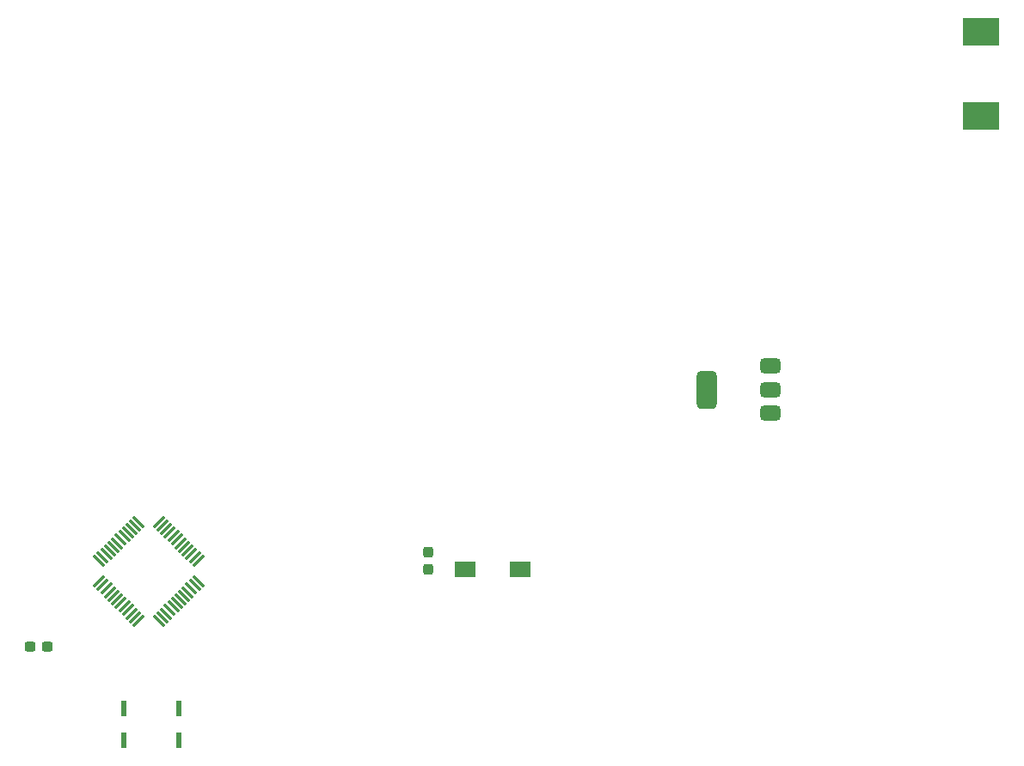
<source format=gbr>
%TF.GenerationSoftware,KiCad,Pcbnew,9.0.3-9.0.3-0~ubuntu24.04.1*%
%TF.CreationDate,2025-09-03T17:17:06-03:00*%
%TF.ProjectId,CargadorDeBaterias_rev2,43617267-6164-46f7-9244-654261746572,rev?*%
%TF.SameCoordinates,Original*%
%TF.FileFunction,Paste,Top*%
%TF.FilePolarity,Positive*%
%FSLAX46Y46*%
G04 Gerber Fmt 4.6, Leading zero omitted, Abs format (unit mm)*
G04 Created by KiCad (PCBNEW 9.0.3-9.0.3-0~ubuntu24.04.1) date 2025-09-03 17:17:06*
%MOMM*%
%LPD*%
G01*
G04 APERTURE LIST*
G04 Aperture macros list*
%AMRoundRect*
0 Rectangle with rounded corners*
0 $1 Rounding radius*
0 $2 $3 $4 $5 $6 $7 $8 $9 X,Y pos of 4 corners*
0 Add a 4 corners polygon primitive as box body*
4,1,4,$2,$3,$4,$5,$6,$7,$8,$9,$2,$3,0*
0 Add four circle primitives for the rounded corners*
1,1,$1+$1,$2,$3*
1,1,$1+$1,$4,$5*
1,1,$1+$1,$6,$7*
1,1,$1+$1,$8,$9*
0 Add four rect primitives between the rounded corners*
20,1,$1+$1,$2,$3,$4,$5,0*
20,1,$1+$1,$4,$5,$6,$7,0*
20,1,$1+$1,$6,$7,$8,$9,0*
20,1,$1+$1,$8,$9,$2,$3,0*%
G04 Aperture macros list end*
%ADD10RoundRect,0.237500X0.300000X0.237500X-0.300000X0.237500X-0.300000X-0.237500X0.300000X-0.237500X0*%
%ADD11RoundRect,0.237500X0.237500X-0.300000X0.237500X0.300000X-0.237500X0.300000X-0.237500X-0.300000X0*%
%ADD12RoundRect,0.075000X0.521491X-0.415425X-0.415425X0.521491X-0.521491X0.415425X0.415425X-0.521491X0*%
%ADD13RoundRect,0.075000X0.521491X0.415425X0.415425X0.521491X-0.521491X-0.415425X-0.415425X-0.521491X0*%
%ADD14RoundRect,0.375000X0.625000X0.375000X-0.625000X0.375000X-0.625000X-0.375000X0.625000X-0.375000X0*%
%ADD15RoundRect,0.500000X0.500000X1.400000X-0.500000X1.400000X-0.500000X-1.400000X0.500000X-1.400000X0*%
%ADD16R,2.000000X1.600000*%
%ADD17R,3.600000X2.700000*%
%ADD18R,0.600000X1.500000*%
G04 APERTURE END LIST*
D10*
%TO.C,C16*%
X110012500Y-128950000D03*
X108287500Y-128950000D03*
%TD*%
D11*
%TO.C,C15*%
X147532500Y-121300000D03*
X147532500Y-119575000D03*
%TD*%
D12*
%TO.C,U8*%
X120998788Y-126387876D03*
X121352342Y-126034322D03*
X121705895Y-125680769D03*
X122059449Y-125327215D03*
X122413002Y-124973662D03*
X122766555Y-124620109D03*
X123120109Y-124266555D03*
X123473662Y-123913002D03*
X123827215Y-123559449D03*
X124180769Y-123205895D03*
X124534322Y-122852342D03*
X124887876Y-122498788D03*
D13*
X124887876Y-120501212D03*
X124534322Y-120147658D03*
X124180769Y-119794105D03*
X123827215Y-119440551D03*
X123473662Y-119086998D03*
X123120109Y-118733445D03*
X122766555Y-118379891D03*
X122413002Y-118026338D03*
X122059449Y-117672785D03*
X121705895Y-117319231D03*
X121352342Y-116965678D03*
X120998788Y-116612124D03*
D12*
X119001212Y-116612124D03*
X118647658Y-116965678D03*
X118294105Y-117319231D03*
X117940551Y-117672785D03*
X117586998Y-118026338D03*
X117233445Y-118379891D03*
X116879891Y-118733445D03*
X116526338Y-119086998D03*
X116172785Y-119440551D03*
X115819231Y-119794105D03*
X115465678Y-120147658D03*
X115112124Y-120501212D03*
D13*
X115112124Y-122498788D03*
X115465678Y-122852342D03*
X115819231Y-123205895D03*
X116172785Y-123559449D03*
X116526338Y-123913002D03*
X116879891Y-124266555D03*
X117233445Y-124620109D03*
X117586998Y-124973662D03*
X117940551Y-125327215D03*
X118294105Y-125680769D03*
X118647658Y-126034322D03*
X119001212Y-126387876D03*
%TD*%
D14*
%TO.C,U9*%
X181250000Y-105875000D03*
X181250000Y-103575000D03*
D15*
X174950000Y-103575000D03*
D14*
X181250000Y-101275000D03*
%TD*%
D16*
%TO.C,SW1*%
X156532500Y-121300000D03*
X151132500Y-121300000D03*
%TD*%
D17*
%TO.C,L2*%
X201975000Y-68325000D03*
X201975000Y-76625000D03*
%TD*%
D18*
%TO.C,Y2*%
X117500000Y-138150000D03*
X123000000Y-138150000D03*
X123000000Y-135000000D03*
X117500000Y-135000000D03*
%TD*%
M02*

</source>
